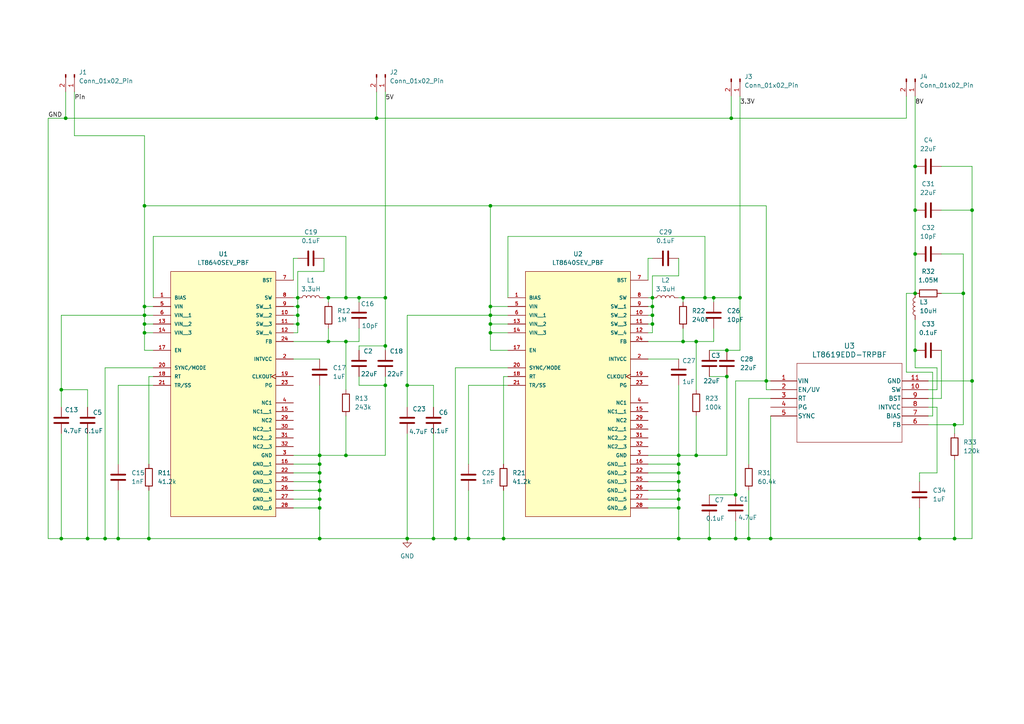
<source format=kicad_sch>
(kicad_sch (version 20250114) (generator "eeschema") (generator_version "9.0")
  (paper "A4")
  (lib_symbols
    (symbol "2026-01-15_15-52-20:LT8619EDD-TRPBF" (pin_names (offset 0.254))
      (property "Reference" "U" (at 22.86 10.16 0))
      (property "Value" "LT8619EDD-TRPBF" (at 22.86 7.62 0))
      (symbol "LT8619EDD-TRPBF_0_1"
        (polyline (pts (xy 7.62 5.08) (xy 7.62 -17.78)) (stroke (width 0.127)))
        (polyline (pts (xy 7.62 -17.78) (xy 38.1 -17.78)) (stroke (width 0.127)))
        (polyline (pts (xy 38.1 5.08) (xy 7.62 5.08)) (stroke (width 0.127)))
        (polyline (pts (xy 38.1 -17.78) (xy 38.1 5.08)) (stroke (width 0.127)))
        (pin power_in line (at 0 0 0) (length 7.62) (name "VIN") (number "1"))
        (pin unspecified line (at 0 -2.54 0) (length 7.62) (name "EN/UV") (number "2"))
        (pin unspecified line (at 0 -5.08 0) (length 7.62) (name "RT") (number "3"))
        (pin output line (at 0 -7.62 0) (length 7.62) (name "PG") (number "4"))
        (pin input line (at 0 -10.16 0) (length 7.62) (name "SYNC") (number "5"))
        (pin power_out line (at 45.72 0 180) (length 7.62) (name "GND") (number "11"))
        (pin power_in line (at 45.72 -2.54 180) (length 7.62) (name "SW") (number "10"))
        (pin power_in line (at 45.72 -5.08 180) (length 7.62) (name "BST") (number "9"))
        (pin power_in line (at 45.72 -7.62 180) (length 7.62) (name "INTVCC") (number "8"))
        (pin power_in line (at 45.72 -10.16 180) (length 7.62) (name "BIAS") (number "7"))
        (pin unspecified line (at 45.72 -12.7 180) (length 7.62) (name "FB") (number "6"))
      )
    )
    (symbol "Connector:Conn_01x02_Pin" (pin_names (offset 1.016) (hide yes))
      (property "Reference" "J" (at 0 2.54 0))
      (property "Value" "Conn_01x02_Pin" (at 0 -5.08 0))
      (symbol "Conn_01x02_Pin_1_1"
        (rectangle (start 0.8636 0.127) (end 0 -0.127) (stroke (width 0.1524)) (fill (type outline)))
        (rectangle (start 0.8636 -2.413) (end 0 -2.667) (stroke (width 0.1524)) (fill (type outline)))
        (polyline (pts (xy 1.27 0) (xy 0.8636 0)) (stroke (width 0.1524)))
        (polyline (pts (xy 1.27 -2.54) (xy 0.8636 -2.54)) (stroke (width 0.1524)))
        (pin passive line (at 5.08 0 180) (length 3.81) (name "Pin_1") (number "1"))
        (pin passive line (at 5.08 -2.54 180) (length 3.81) (name "Pin_2") (number "2"))
      )
    )
    (symbol "Device:C" (pin_numbers (hide yes)) (pin_names (offset 0.254))
      (property "Reference" "C" (at 0.635 2.54 0))
      (property "Value" "C" (at 0.635 -2.54 0))
      (symbol "C_0_1"
        (polyline (pts (xy -2.032 0.762) (xy 2.032 0.762)) (stroke (width 0.508)))
        (polyline (pts (xy -2.032 -0.762) (xy 2.032 -0.762)) (stroke (width 0.508)))
      )
      (symbol "C_1_1"
        (pin passive line (at 0 3.81 270) (length 2.794) (name "~") (number "1"))
        (pin passive line (at 0 -3.81 90) (length 2.794) (name "~") (number "2"))
      )
    )
    (symbol "Device:L" (pin_numbers (hide yes)) (pin_names (offset 1.016) (hide yes))
      (property "Reference" "L" (at -1.27 0 90))
      (property "Value" "L" (at 1.905 0 90))
      (symbol "L_0_1"
        (arc (start 0 2.54) (mid 0.6323 1.905) (end 0 1.27))
        (arc (start 0 1.27) (mid 0.6323 0.635) (end 0 0))
        (arc (start 0 0) (mid 0.6323 -0.635) (end 0 -1.27))
        (arc (start 0 -1.27) (mid 0.6323 -1.905) (end 0 -2.54))
      )
      (symbol "L_1_1"
        (pin passive line (at 0 3.81 270) (length 1.27) (name "1") (number "1"))
        (pin passive line (at 0 -3.81 90) (length 1.27) (name "2") (number "2"))
      )
    )
    (symbol "Device:R" (pin_numbers (hide yes)) (pin_names (offset 0))
      (property "Reference" "R" (at 2.032 0 90))
      (property "Value" "R" (at 0 0 90))
      (symbol "R_0_1"
        (rectangle (start -1.016 -2.54) (end 1.016 2.54) (stroke (width 0.254)))
      )
      (symbol "R_1_1"
        (pin passive line (at 0 3.81 270) (length 1.27) (name "~") (number "1"))
        (pin passive line (at 0 -3.81 90) (length 1.27) (name "~") (number "2"))
      )
    )
    (symbol "LT8640SEV_PBF:LT8640SEV_PBF" (pin_names (offset 1.016))
      (property "Reference" "U" (at -15.24 18.288 0))
      (property "Value" "LT8640SEV_PBF" (at -15.24 -55.88 0))
      (symbol "LT8640SEV_PBF_0_0"
        (rectangle (start -15.24 -53.34) (end 15.24 17.78) (stroke (width 0.1524)) (fill (type background)))
        (pin input line (at -20.32 10.16 0) (length 5.08) (name "BIAS") (number "1"))
        (pin input line (at -20.32 7.62 0) (length 5.08) (name "VIN") (number "5"))
        (pin input line (at -20.32 5.08 0) (length 5.08) (name "VIN__1") (number "6"))
        (pin input line (at -20.32 2.54 0) (length 5.08) (name "VIN__2") (number "13"))
        (pin input line (at -20.32 0 0) (length 5.08) (name "VIN__3") (number "14"))
        (pin input line (at -20.32 -5.08 0) (length 5.08) (name "EN") (number "17"))
        (pin input line (at -20.32 -10.16 0) (length 5.08) (name "SYNC/MODE") (number "20"))
        (pin passive line (at -20.32 -12.7 0) (length 5.08) (name "RT") (number "18"))
        (pin passive line (at -20.32 -15.24 0) (length 5.08) (name "TR/SS") (number "21"))
        (pin passive line (at 20.32 15.24 180) (length 5.08) (name "BST") (number "7"))
        (pin output line (at 20.32 10.16 180) (length 5.08) (name "SW") (number "8"))
        (pin output line (at 20.32 7.62 180) (length 5.08) (name "SW__1") (number "9"))
        (pin output line (at 20.32 5.08 180) (length 5.08) (name "SW__2") (number "10"))
        (pin output line (at 20.32 2.54 180) (length 5.08) (name "SW__3") (number "11"))
        (pin output line (at 20.32 0 180) (length 5.08) (name "SW__4") (number "12"))
        (pin input line (at 20.32 -2.54 180) (length 5.08) (name "FB") (number "24"))
        (pin passive line (at 20.32 -7.62 180) (length 5.08) (name "INTVCC") (number "2"))
        (pin output clock (at 20.32 -12.7 180) (length 5.08) (name "CLKOUT") (number "19"))
        (pin output line (at 20.32 -15.24 180) (length 5.08) (name "PG") (number "23"))
        (pin power_in line (at 20.32 -20.32 180) (length 5.08) (name "NC1") (number "4"))
        (pin power_in line (at 20.32 -22.86 180) (length 5.08) (name "NC1__1") (number "15"))
        (pin power_in line (at 20.32 -25.4 180) (length 5.08) (name "NC2") (number "29"))
        (pin power_in line (at 20.32 -27.94 180) (length 5.08) (name "NC2__1") (number "30"))
        (pin power_in line (at 20.32 -30.48 180) (length 5.08) (name "NC2__2") (number "31"))
        (pin power_in line (at 20.32 -33.02 180) (length 5.08) (name "NC2__3") (number "32"))
        (pin power_in line (at 20.32 -35.56 180) (length 5.08) (name "GND") (number "3"))
        (pin power_in line (at 20.32 -38.1 180) (length 5.08) (name "GND__1") (number "16"))
        (pin power_in line (at 20.32 -40.64 180) (length 5.08) (name "GND__2") (number "22"))
        (pin power_in line (at 20.32 -43.18 180) (length 5.08) (name "GND__3") (number "25"))
        (pin power_in line (at 20.32 -45.72 180) (length 5.08) (name "GND__4") (number "26"))
        (pin power_in line (at 20.32 -48.26 180) (length 5.08) (name "GND__5") (number "27"))
        (pin power_in line (at 20.32 -50.8 180) (length 5.08) (name "GND__6") (number "28"))
      )
    )
    (symbol "power:GND" (power) (pin_numbers (hide yes)) (pin_names (offset 0) (hide yes))
      (property "Value" "GND" (at 0 -3.81 0))
      (symbol "GND_0_1"
        (polyline (pts (xy 0 0) (xy 0 -1.27) (xy 1.27 -1.27) (xy 0 -2.54) (xy -1.27 -1.27) (xy 0 -1.27)))
      )
      (symbol "GND_1_1"
        (pin power_in line (at 0 0 270) (length 0) (name "~") (number "1"))
      )
    )
  )
  (junction (at 189.23 88.9))
  (junction (at 196.85 142.24))
  (junction (at 265.43 85.09))
  (junction (at 217.17 156.21))
  (junction (at 196.85 156.21))
  (junction (at 265.43 48.26))
  (junction (at 142.24 88.9))
  (junction (at 86.36 88.9))
  (junction (at 118.11 156.21))
  (junction (at 196.85 144.78))
  (junction (at 189.23 86.36))
  (junction (at 223.52 156.21))
  (junction (at 95.25 86.36))
  (junction (at 213.36 143.51))
  (junction (at 104.14 86.36))
  (junction (at 41.91 59.69))
  (junction (at 19.05 34.29))
  (junction (at 201.93 99.06))
  (junction (at 210.82 109.22))
  (junction (at 132.08 156.21))
  (junction (at 41.91 96.52))
  (junction (at 125.73 156.21))
  (junction (at 266.7 156.21))
  (junction (at 118.11 111.76))
  (junction (at 100.33 132.08))
  (junction (at 276.86 156.21))
  (junction (at 92.71 137.16))
  (junction (at 135.89 156.21))
  (junction (at 198.12 86.36))
  (junction (at 25.4 156.21))
  (junction (at 41.91 93.98))
  (junction (at 34.29 156.21))
  (junction (at 204.47 86.36))
  (junction (at 17.78 113.03))
  (junction (at 210.82 101.6))
  (junction (at 198.12 99.06))
  (junction (at 142.24 59.69))
  (junction (at 196.85 134.62))
  (junction (at 196.85 147.32))
  (junction (at 213.36 156.21))
  (junction (at 43.18 156.21))
  (junction (at 142.24 91.44))
  (junction (at 142.24 93.98))
  (junction (at 41.91 91.44))
  (junction (at 111.76 86.36))
  (junction (at 100.33 99.06))
  (junction (at 109.22 34.29))
  (junction (at 41.91 88.9))
  (junction (at 92.71 134.62))
  (junction (at 92.71 147.32))
  (junction (at 92.71 156.21))
  (junction (at 196.85 137.16))
  (junction (at 86.36 91.44))
  (junction (at 100.33 86.36))
  (junction (at 265.43 73.66))
  (junction (at 189.23 93.98))
  (junction (at 142.24 96.52))
  (junction (at 212.09 34.29))
  (junction (at 86.36 93.98))
  (junction (at 201.93 132.08))
  (junction (at 86.36 86.36))
  (junction (at 207.01 86.36))
  (junction (at 30.48 156.21))
  (junction (at 92.71 142.24))
  (junction (at 265.43 101.6))
  (junction (at 222.25 110.49))
  (junction (at 95.25 99.06))
  (junction (at 146.05 156.21))
  (junction (at 265.43 60.96))
  (junction (at 92.71 144.78))
  (junction (at 276.86 123.19))
  (junction (at 111.76 111.76))
  (junction (at 189.23 91.44))
  (junction (at 281.94 60.96))
  (junction (at 92.71 139.7))
  (junction (at 196.85 139.7))
  (junction (at 196.85 132.08))
  (junction (at 279.4 85.09))
  (junction (at 205.74 156.21))
  (junction (at 111.76 100.33))
  (junction (at 281.94 110.49))
  (junction (at 17.78 156.21))
  (junction (at 214.63 86.36))
  (junction (at 92.71 132.08))
  (wire (pts (xy 147.32 88.9) (xy 142.24 88.9)))
  (wire (pts (xy 189.23 80.01) (xy 189.23 86.36)))
  (wire (pts (xy 85.09 132.08) (xy 92.71 132.08)))
  (wire (pts (xy 85.09 144.78) (xy 92.71 144.78)))
  (wire (pts (xy 86.36 93.98) (xy 86.36 91.44)))
  (wire (pts (xy 118.11 125.73) (xy 118.11 156.21)))
  (wire (pts (xy 104.14 86.36) (xy 111.76 86.36)))
  (wire (pts (xy 196.85 144.78) (xy 196.85 147.32)))
  (wire (pts (xy 205.74 109.22) (xy 210.82 109.22)))
  (wire (pts (xy 147.32 106.68) (xy 132.08 106.68)))
  (wire (pts (xy 17.78 113.03) (xy 17.78 118.11)))
  (wire (pts (xy 217.17 142.24) (xy 217.17 156.21)))
  (wire (pts (xy 25.4 125.73) (xy 25.4 156.21)))
  (wire (pts (xy 223.52 156.21) (xy 223.52 120.65)))
  (wire (pts (xy 92.71 147.32) (xy 92.71 156.21)))
  (wire (pts (xy 85.09 96.52) (xy 86.36 96.52)))
  (wire (pts (xy 146.05 142.24) (xy 146.05 156.21)))
  (wire (pts (xy 201.93 120.65) (xy 201.93 132.08)))
  (wire (pts (xy 41.91 91.44) (xy 44.45 91.44)))
  (wire (pts (xy 85.09 86.36) (xy 86.36 86.36)))
  (wire (pts (xy 142.24 91.44) (xy 142.24 93.98)))
  (wire (pts (xy 109.22 34.29) (xy 212.09 34.29)))
  (wire (pts (xy 142.24 101.6) (xy 147.32 101.6)))
  (wire (pts (xy 189.23 96.52) (xy 189.23 93.98)))
  (wire (pts (xy 118.11 156.21) (xy 125.73 156.21)))
  (wire (pts (xy 187.96 147.32) (xy 196.85 147.32)))
  (wire (pts (xy 41.91 88.9) (xy 41.91 91.44)))
  (wire (pts (xy 100.33 99.06) (xy 104.14 99.06)))
  (wire (pts (xy 205.74 151.13) (xy 205.74 156.21)))
  (wire (pts (xy 196.85 137.16) (xy 196.85 139.7)))
  (wire (pts (xy 187.96 137.16) (xy 196.85 137.16)))
  (wire (pts (xy 265.43 73.66) (xy 265.43 85.09)))
  (wire (pts (xy 276.86 125.73) (xy 276.86 123.19)))
  (wire (pts (xy 273.05 60.96) (xy 281.94 60.96)))
  (wire (pts (xy 223.52 156.21) (xy 217.17 156.21)))
  (wire (pts (xy 13.97 34.29) (xy 13.97 156.21)))
  (wire (pts (xy 187.96 144.78) (xy 196.85 144.78)))
  (wire (pts (xy 43.18 109.22) (xy 43.18 134.62)))
  (wire (pts (xy 276.86 133.35) (xy 276.86 156.21)))
  (wire (pts (xy 269.24 120.65) (xy 270.51 120.65)))
  (wire (pts (xy 198.12 95.25) (xy 198.12 99.06)))
  (wire (pts (xy 111.76 26.67) (xy 111.76 86.36)))
  (wire (pts (xy 142.24 59.69) (xy 222.25 59.69)))
  (wire (pts (xy 214.63 101.6) (xy 210.82 101.6)))
  (wire (pts (xy 85.09 81.28) (xy 85.09 74.93)))
  (wire (pts (xy 41.91 88.9) (xy 44.45 88.9)))
  (wire (pts (xy 43.18 142.24) (xy 43.18 156.21)))
  (wire (pts (xy 196.85 132.08) (xy 201.93 132.08)))
  (wire (pts (xy 142.24 93.98) (xy 142.24 96.52)))
  (wire (pts (xy 207.01 95.25) (xy 207.01 99.06)))
  (wire (pts (xy 41.91 96.52) (xy 44.45 96.52)))
  (wire (pts (xy 146.05 134.62) (xy 146.05 109.22)))
  (wire (pts (xy 196.85 139.7) (xy 196.85 142.24)))
  (wire (pts (xy 212.09 27.94) (xy 212.09 34.29)))
  (wire (pts (xy 269.24 110.49) (xy 281.94 110.49)))
  (wire (pts (xy 85.09 142.24) (xy 92.71 142.24)))
  (wire (pts (xy 104.14 109.22) (xy 104.14 111.76)))
  (wire (pts (xy 214.63 27.94) (xy 214.63 86.36)))
  (wire (pts (xy 125.73 156.21) (xy 132.08 156.21)))
  (wire (pts (xy 269.24 115.57) (xy 273.05 115.57)))
  (wire (pts (xy 205.74 156.21) (xy 196.85 156.21)))
  (wire (pts (xy 187.96 86.36) (xy 189.23 86.36)))
  (wire (pts (xy 142.24 59.69) (xy 142.24 88.9)))
  (wire (pts (xy 265.43 60.96) (xy 265.43 73.66)))
  (wire (pts (xy 17.78 156.21) (xy 13.97 156.21)))
  (wire (pts (xy 279.4 73.66) (xy 279.4 85.09)))
  (wire (pts (xy 100.33 120.65) (xy 100.33 132.08)))
  (wire (pts (xy 19.05 34.29) (xy 19.05 26.67)))
  (wire (pts (xy 104.14 95.25) (xy 104.14 99.06)))
  (wire (pts (xy 41.91 93.98) (xy 44.45 93.98)))
  (wire (pts (xy 41.91 101.6) (xy 44.45 101.6)))
  (wire (pts (xy 281.94 110.49) (xy 281.94 156.21)))
  (wire (pts (xy 205.74 101.6) (xy 210.82 101.6)))
  (wire (pts (xy 142.24 96.52) (xy 147.32 96.52)))
  (wire (pts (xy 86.36 78.74) (xy 86.36 86.36)))
  (wire (pts (xy 213.36 151.13) (xy 213.36 156.21)))
  (wire (pts (xy 41.91 39.37) (xy 41.91 59.69)))
  (wire (pts (xy 142.24 91.44) (xy 118.11 91.44)))
  (wire (pts (xy 222.25 59.69) (xy 222.25 110.49)))
  (wire (pts (xy 281.94 48.26) (xy 281.94 60.96)))
  (wire (pts (xy 95.25 95.25) (xy 95.25 99.06)))
  (wire (pts (xy 92.71 142.24) (xy 92.71 144.78)))
  (wire (pts (xy 25.4 156.21) (xy 30.48 156.21)))
  (wire (pts (xy 41.91 96.52) (xy 41.91 101.6)))
  (wire (pts (xy 118.11 111.76) (xy 118.11 118.11)))
  (wire (pts (xy 30.48 156.21) (xy 34.29 156.21)))
  (wire (pts (xy 273.05 73.66) (xy 279.4 73.66)))
  (wire (pts (xy 86.36 91.44) (xy 86.36 88.9)))
  (wire (pts (xy 271.78 137.16) (xy 266.7 137.16)))
  (wire (pts (xy 187.96 96.52) (xy 189.23 96.52)))
  (wire (pts (xy 41.91 59.69) (xy 142.24 59.69)))
  (wire (pts (xy 132.08 156.21) (xy 135.89 156.21)))
  (wire (pts (xy 279.4 123.19) (xy 279.4 85.09)))
  (wire (pts (xy 104.14 87.63) (xy 104.14 86.36)))
  (wire (pts (xy 30.48 106.68) (xy 30.48 156.21)))
  (wire (pts (xy 204.47 68.58) (xy 204.47 86.36)))
  (wire (pts (xy 201.93 99.06) (xy 207.01 99.06)))
  (wire (pts (xy 135.89 156.21) (xy 146.05 156.21)))
  (wire (pts (xy 43.18 156.21) (xy 34.29 156.21)))
  (wire (pts (xy 85.09 74.93) (xy 86.36 74.93)))
  (wire (pts (xy 142.24 96.52) (xy 142.24 101.6)))
  (wire (pts (xy 85.09 91.44) (xy 86.36 91.44)))
  (wire (pts (xy 125.73 125.73) (xy 125.73 156.21)))
  (wire (pts (xy 104.14 100.33) (xy 111.76 100.33)))
  (wire (pts (xy 276.86 156.21) (xy 281.94 156.21)))
  (wire (pts (xy 93.98 86.36) (xy 95.25 86.36)))
  (wire (pts (xy 135.89 142.24) (xy 135.89 156.21)))
  (wire (pts (xy 19.05 34.29) (xy 109.22 34.29)))
  (wire (pts (xy 17.78 125.73) (xy 17.78 156.21)))
  (wire (pts (xy 198.12 86.36) (xy 204.47 86.36)))
  (wire (pts (xy 132.08 106.68) (xy 132.08 156.21)))
  (wire (pts (xy 86.36 96.52) (xy 86.36 93.98)))
  (wire (pts (xy 104.14 111.76) (xy 111.76 111.76)))
  (wire (pts (xy 146.05 109.22) (xy 147.32 109.22)))
  (wire (pts (xy 41.91 91.44) (xy 41.91 93.98)))
  (wire (pts (xy 187.96 104.14) (xy 196.85 104.14)))
  (wire (pts (xy 222.25 110.49) (xy 222.25 113.03)))
  (wire (pts (xy 25.4 113.03) (xy 25.4 118.11)))
  (wire (pts (xy 266.7 156.21) (xy 276.86 156.21)))
  (wire (pts (xy 266.7 137.16) (xy 266.7 139.7)))
  (wire (pts (xy 118.11 156.21) (xy 92.71 156.21)))
  (wire (pts (xy 189.23 93.98) (xy 189.23 91.44)))
  (wire (pts (xy 196.85 147.32) (xy 196.85 156.21)))
  (wire (pts (xy 85.09 99.06) (xy 95.25 99.06)))
  (wire (pts (xy 269.24 113.03) (xy 271.78 113.03)))
  (wire (pts (xy 142.24 91.44) (xy 147.32 91.44)))
  (wire (pts (xy 17.78 156.21) (xy 25.4 156.21)))
  (wire (pts (xy 266.7 147.32) (xy 266.7 156.21)))
  (wire (pts (xy 217.17 134.62) (xy 217.17 115.57)))
  (wire (pts (xy 92.71 132.08) (xy 92.71 134.62)))
  (wire (pts (xy 271.78 118.11) (xy 271.78 137.16)))
  (wire (pts (xy 187.96 93.98) (xy 189.23 93.98)))
  (wire (pts (xy 95.25 99.06) (xy 100.33 99.06)))
  (wire (pts (xy 201.93 99.06) (xy 201.93 113.03)))
  (wire (pts (xy 189.23 91.44) (xy 189.23 88.9)))
  (wire (pts (xy 189.23 88.9) (xy 189.23 86.36)))
  (wire (pts (xy 125.73 111.76) (xy 125.73 118.11)))
  (wire (pts (xy 201.93 132.08) (xy 210.82 132.08)))
  (wire (pts (xy 196.85 86.36) (xy 198.12 86.36)))
  (wire (pts (xy 196.85 111.76) (xy 196.85 132.08)))
  (wire (pts (xy 100.33 132.08) (xy 111.76 132.08)))
  (wire (pts (xy 273.05 115.57) (xy 273.05 101.6)))
  (wire (pts (xy 262.89 34.29) (xy 262.89 27.94)))
  (wire (pts (xy 187.96 142.24) (xy 196.85 142.24)))
  (wire (pts (xy 147.32 68.58) (xy 204.47 68.58)))
  (wire (pts (xy 271.78 113.03) (xy 271.78 106.68)))
  (wire (pts (xy 223.52 113.03) (xy 222.25 113.03)))
  (wire (pts (xy 17.78 91.44) (xy 17.78 113.03)))
  (wire (pts (xy 196.85 132.08) (xy 196.85 134.62)))
  (wire (pts (xy 147.32 86.36) (xy 147.32 68.58)))
  (wire (pts (xy 213.36 110.49) (xy 213.36 143.51)))
  (wire (pts (xy 34.29 142.24) (xy 34.29 156.21)))
  (wire (pts (xy 276.86 123.19) (xy 279.4 123.19)))
  (wire (pts (xy 217.17 115.57) (xy 223.52 115.57)))
  (wire (pts (xy 142.24 88.9) (xy 142.24 91.44)))
  (wire (pts (xy 92.71 139.7) (xy 92.71 142.24)))
  (wire (pts (xy 270.51 120.65) (xy 270.51 107.95)))
  (wire (pts (xy 214.63 86.36) (xy 214.63 101.6)))
  (wire (pts (xy 187.96 99.06) (xy 198.12 99.06)))
  (wire (pts (xy 92.71 111.76) (xy 92.71 132.08)))
  (wire (pts (xy 86.36 88.9) (xy 86.36 86.36)))
  (wire (pts (xy 217.17 156.21) (xy 213.36 156.21)))
  (wire (pts (xy 213.36 156.21) (xy 205.74 156.21)))
  (wire (pts (xy 111.76 86.36) (xy 111.76 100.33)))
  (wire (pts (xy 85.09 134.62) (xy 92.71 134.62)))
  (wire (pts (xy 207.01 86.36) (xy 214.63 86.36)))
  (wire (pts (xy 187.96 134.62) (xy 196.85 134.62)))
  (wire (pts (xy 273.05 48.26) (xy 281.94 48.26)))
  (wire (pts (xy 222.25 110.49) (xy 223.52 110.49)))
  (wire (pts (xy 21.59 39.37) (xy 21.59 26.67)))
  (wire (pts (xy 118.11 91.44) (xy 118.11 111.76)))
  (wire (pts (xy 265.43 27.94) (xy 265.43 48.26)))
  (wire (pts (xy 111.76 109.22) (xy 111.76 111.76)))
  (wire (pts (xy 223.52 156.21) (xy 266.7 156.21)))
  (wire (pts (xy 187.96 81.28) (xy 187.96 74.93)))
  (wire (pts (xy 85.09 137.16) (xy 92.71 137.16)))
  (wire (pts (xy 265.43 92.71) (xy 265.43 101.6)))
  (wire (pts (xy 100.33 68.58) (xy 100.33 86.36)))
  (wire (pts (xy 142.24 93.98) (xy 147.32 93.98)))
  (wire (pts (xy 92.71 144.78) (xy 92.71 147.32)))
  (wire (pts (xy 210.82 109.22) (xy 210.82 132.08)))
  (wire (pts (xy 196.85 134.62) (xy 196.85 137.16)))
  (wire (pts (xy 92.71 134.62) (xy 92.71 137.16)))
  (wire (pts (xy 262.89 85.09) (xy 265.43 85.09)))
  (wire (pts (xy 118.11 111.76) (xy 125.73 111.76)))
  (wire (pts (xy 41.91 93.98) (xy 41.91 96.52)))
  (wire (pts (xy 270.51 107.95) (xy 262.89 107.95)))
  (wire (pts (xy 92.71 137.16) (xy 92.71 139.7)))
  (wire (pts (xy 111.76 100.33) (xy 111.76 101.6)))
  (wire (pts (xy 265.43 106.68) (xy 265.43 101.6)))
  (wire (pts (xy 135.89 111.76) (xy 135.89 134.62)))
  (wire (pts (xy 205.74 143.51) (xy 213.36 143.51)))
  (wire (pts (xy 281.94 60.96) (xy 281.94 110.49)))
  (wire (pts (xy 204.47 86.36) (xy 207.01 86.36)))
  (wire (pts (xy 95.25 86.36) (xy 95.25 87.63)))
  (wire (pts (xy 85.09 88.9) (xy 86.36 88.9)))
  (wire (pts (xy 222.25 110.49) (xy 213.36 110.49)))
  (wire (pts (xy 43.18 156.21) (xy 92.71 156.21)))
  (wire (pts (xy 100.33 99.06) (xy 100.33 113.03)))
  (wire (pts (xy 92.71 132.08) (xy 100.33 132.08)))
  (wire (pts (xy 196.85 74.93) (xy 196.85 80.01)))
  (wire (pts (xy 271.78 106.68) (xy 265.43 106.68)))
  (wire (pts (xy 93.98 78.74) (xy 86.36 78.74)))
  (wire (pts (xy 187.96 139.7) (xy 196.85 139.7)))
  (wire (pts (xy 198.12 99.06) (xy 201.93 99.06)))
  (wire (pts (xy 187.96 91.44) (xy 189.23 91.44)))
  (wire (pts (xy 273.05 85.09) (xy 279.4 85.09)))
  (wire (pts (xy 85.09 147.32) (xy 92.71 147.32)))
  (wire (pts (xy 95.25 86.36) (xy 100.33 86.36)))
  (wire (pts (xy 85.09 104.14) (xy 92.71 104.14)))
  (wire (pts (xy 44.45 68.58) (xy 100.33 68.58)))
  (wire (pts (xy 262.89 107.95) (xy 262.89 85.09)))
  (wire (pts (xy 41.91 39.37) (xy 21.59 39.37)))
  (wire (pts (xy 187.96 74.93) (xy 189.23 74.93)))
  (wire (pts (xy 135.89 111.76) (xy 147.32 111.76)))
  (wire (pts (xy 265.43 48.26) (xy 265.43 60.96)))
  (wire (pts (xy 93.98 74.93) (xy 93.98 78.74)))
  (wire (pts (xy 34.29 111.76) (xy 44.45 111.76)))
  (wire (pts (xy 100.33 86.36) (xy 104.14 86.36)))
  (wire (pts (xy 196.85 80.01) (xy 189.23 80.01)))
  (wire (pts (xy 44.45 106.68) (xy 30.48 106.68)))
  (wire (pts (xy 104.14 101.6) (xy 104.14 100.33)))
  (wire (pts (xy 17.78 113.03) (xy 25.4 113.03)))
  (wire (pts (xy 41.91 59.69) (xy 41.91 88.9)))
  (wire (pts (xy 207.01 87.63) (xy 207.01 86.36)))
  (wire (pts (xy 269.24 123.19) (xy 276.86 123.19)))
  (wire (pts (xy 44.45 86.36) (xy 44.45 68.58)))
  (wire (pts (xy 34.29 111.76) (xy 34.29 134.62)))
  (wire (pts (xy 13.97 34.29) (xy 19.05 34.29)))
  (wire (pts (xy 269.24 118.11) (xy 271.78 118.11)))
  (wire (pts (xy 146.05 156.21) (xy 196.85 156.21)))
  (wire (pts (xy 187.96 132.08) (xy 196.85 132.08)))
  (wire (pts (xy 212.09 34.29) (xy 262.89 34.29)))
  (wire (pts (xy 43.18 109.22) (xy 44.45 109.22)))
  (wire (pts (xy 85.09 139.7) (xy 92.71 139.7)))
  (wire (pts (xy 196.85 142.24) (xy 196.85 144.78)))
  (wire (pts (xy 109.22 26.67) (xy 109.22 34.29)))
  (wire (pts (xy 85.09 93.98) (xy 86.36 93.98)))
  (wire (pts (xy 187.96 88.9) (xy 189.23 88.9)))
  (wire (pts (xy 111.76 111.76) (xy 111.76 132.08)))
  (wire (pts (xy 41.91 91.44) (xy 17.78 91.44)))
  (wire (pts (xy 198.12 87.63) (xy 198.12 86.36)))
  (label "8V" (at 265.43 30.48 0))
  (label "3.3V" (at 214.63 30.48 0))
  (label "GND" (at 13.97 34.29 0))
  (label "Pin" (at 21.59 29.21 0))
  (label "5V" (at 111.76 29.21 0))
  (symbol (lib_id "Device:R") (at 43.18 138.43 0) (unit 1)
    (property "Reference" "R11" (at 45.72 137.1599 0) (effects (justify left)))
    (property "Value" "41.2k" (at 45.72 139.6999 0) (effects (justify left)))
    (property "Footprint" "ERJ_14NF4122U:RES_ERJ14NF4122U" (effects (hide yes)))
    (property "Description" "Resistor" (effects (hide yes)))
  )
  (symbol (lib_id "Device:C") (at 213.36 147.32 0) (unit 1)
    (property "Reference" "C1" (at 214.376 144.78 0) (effects (justify left)))
    (property "Value" "4.7uF" (at 214.122 150.114 0) (effects (justify left)))
    (property "Footprint" "CL31B475KBHNFNE:CAPC3216X180N" (effects (hide yes)))
    (property "Description" "Unpolarized capacitor" (effects (hide yes)))
  )
  (symbol (lib_id "Device:R") (at 201.93 116.84 0) (unit 1)
    (property "Reference" "R23" (at 204.47 115.5699 0) (effects (justify left)))
    (property "Value" "100k" (at 204.47 118.1099 0) (effects (justify left)))
    (property "Footprint" "RCS1206100KFKEA:RESC3116X65N" (effects (hide yes)))
    (property "Description" "Resistor" (effects (hide yes)))
  )
  (symbol (lib_id "Device:R") (at 100.33 116.84 0) (unit 1)
    (property "Reference" "R13" (at 102.87 115.5699 0) (effects (justify left)))
    (property "Value" "243k" (at 102.87 118.1099 0) (effects (justify left)))
    (property "Footprint" "CRCW1206243KFKEA:RESC3116X60N" (effects (hide yes)))
    (property "Description" "Resistor" (effects (hide yes)))
  )
  (symbol (lib_id "Device:R") (at 269.24 85.09 90) (unit 1)
    (property "Reference" "R32" (at 269.24 78.74 90))
    (property "Value" "1.05M" (at 269.24 81.28 90))
    (property "Footprint" "CRCW12061M05FKEA:RESC3116X60N" (effects (hide yes)))
    (property "Description" "Resistor" (effects (hide yes)))
  )
  (symbol (lib_id "LT8640SEV_PBF:LT8640SEV_PBF") (at 64.77 96.52 0) (unit 1)
    (property "Reference" "U1" (at 64.77 73.66 0))
    (property "Value" "LT8640SEV_PBF" (at 64.77 76.2 0))
    (property "Footprint" "LT8640SEV_PBF:CONV_LT8640SEV_PBF" (effects (hide yes)))
    (property "MF" "Analog Devices" (effects (hide yes)))
    (property "MAXIMUM_PACKAGE_HEIGHT" "1.03mm" (effects (hide yes)))
    (property "STANDARD" "Manufacturer Recommendations" (effects (hide yes)))
    (property "PARTREV" "NA" (effects (hide yes)))
    (property "MP" "LT8640SEV#PBF" (effects (hide yes)))
    (property "AVAILABILITY" "Unavailable" (effects (hide yes)))
  )
  (symbol (lib_id "Device:L") (at 90.17 86.36 90) (unit 1)
    (property "Reference" "L1" (at 90.17 81.28 90))
    (property "Value" "3.3uH" (at 90.17 83.82 90))
    (property "Footprint" "footprints55:IND_DFE322512F_MUR" (effects (hide yes)))
    (property "Description" "Inductor" (effects (hide yes)))
  )
  (symbol (lib_id "Connector:Conn_01x02_Pin") (at 265.43 22.86 270) (unit 1)
    (property "Reference" "J4" (at 266.7 22.2249 90) (effects (justify left)))
    (property "Value" "Conn_01x02_Pin" (at 266.7 24.7649 90) (effects (justify left)))
    (property "Footprint" "Connector_PinHeader_2.54mm:PinHeader_1x02_P2.54mm_Horizontal" (effects (hide yes)))
    (property "Description" "Generic connector, single row, 01x02, script generated" (effects (hide yes)))
  )
  (symbol (lib_id "Connector:Conn_01x02_Pin") (at 214.63 22.86 270) (unit 1)
    (property "Reference" "J3" (at 215.9 22.2249 90) (effects (justify left)))
    (property "Value" "Conn_01x02_Pin" (at 215.9 24.7649 90) (effects (justify left)))
    (property "Footprint" "Connector_PinHeader_2.54mm:PinHeader_1x02_P2.54mm_Horizontal" (effects (hide yes)))
    (property "Description" "Generic connector, single row, 01x02, script generated" (effects (hide yes)))
  )
  (symbol (lib_id "Device:C") (at 135.89 138.43 180) (unit 1)
    (property "Reference" "C25" (at 139.7 137.1599 0) (effects (justify right)))
    (property "Value" "1nF" (at 139.7 139.6999 0) (effects (justify right)))
    (property "Footprint" "CL31B102KBCNNNC:CAPC3216X100N" (effects (hide yes)))
    (property "Description" "Unpolarized capacitor" (effects (hide yes)))
  )
  (symbol (lib_id "Device:C") (at 25.4 121.92 0) (unit 1)
    (property "Reference" "C5" (at 26.924 119.634 0) (effects (justify left)))
    (property "Value" "0.1uF" (at 24.384 124.968 0) (effects (justify left)))
    (property "Footprint" "CL31B104KBCNNNC:CAPC3216X100N" (effects (hide yes)))
    (property "Description" "Unpolarized capacitor" (effects (hide yes)))
  )
  (symbol (lib_id "Device:C") (at 34.29 138.43 180) (unit 1)
    (property "Reference" "C15" (at 38.1 137.1599 0) (effects (justify right)))
    (property "Value" "1nF" (at 38.1 139.6999 0) (effects (justify right)))
    (property "Footprint" "CL31B102KBCNNNC:CAPC3216X100N" (effects (hide yes)))
    (property "Description" "Unpolarized capacitor" (effects (hide yes)))
  )
  (symbol (lib_id "power:GND") (at 118.11 156.21 0) (unit 1)
    (property "Reference" "#PWR01" (effects (hide yes)))
    (property "Value" "GND" (at 118.11 161.29 0))
    (property "Description" "Power symbol creates a global label with name \"GND\" , ground" (effects (hide yes)))
  )
  (symbol (lib_id "LT8640SEV_PBF:LT8640SEV_PBF") (at 167.64 96.52 0) (unit 1)
    (property "Reference" "U2" (at 167.64 73.66 0))
    (property "Value" "LT8640SEV_PBF" (at 167.64 76.2 0))
    (property "Footprint" "LT8640SEV_PBF:CONV_LT8640SEV_PBF" (effects (hide yes)))
    (property "MF" "Analog Devices" (effects (hide yes)))
    (property "MAXIMUM_PACKAGE_HEIGHT" "1.03mm" (effects (hide yes)))
    (property "STANDARD" "Manufacturer Recommendations" (effects (hide yes)))
    (property "PARTREV" "NA" (effects (hide yes)))
    (property "MP" "LT8640SEV#PBF" (effects (hide yes)))
    (property "AVAILABILITY" "Unavailable" (effects (hide yes)))
  )
  (symbol (lib_id "2026-01-15_15-52-20:LT8619EDD-TRPBF") (at 223.52 110.49 0) (unit 1)
    (property "Reference" "U3" (at 246.38 100.33 0) (effects (font (size 1.524 1.524))))
    (property "Value" "LT8619EDD-TRPBF" (at 246.38 102.87 0) (effects (font (size 1.524 1.524))))
    (property "Footprint" "footprints:05-08-1699_ADI" (effects (hide yes)))
    (property "Datasheet" "LT8619EDD-TRPBF" (effects (hide yes)))
  )
  (symbol (lib_id "Device:L") (at 193.04 86.36 90) (unit 1)
    (property "Reference" "L2" (at 193.04 81.28 90))
    (property "Value" "3.3uH" (at 193.04 83.82 90))
    (property "Footprint" "footprints55:IND_DFE322512F_MUR" (effects (hide yes)))
    (property "Description" "Inductor" (effects (hide yes)))
  )
  (symbol (lib_id "Device:C") (at 196.85 107.95 180) (unit 1)
    (property "Reference" "C27" (at 197.866 104.648 0) (effects (justify right)))
    (property "Value" "1uF" (at 197.866 110.744 0) (effects (justify right)))
    (property "Footprint" "CL31B105KBHNNNE:CAPC3216X180N" (effects (hide yes)))
    (property "Description" "Unpolarized capacitor" (effects (hide yes)))
  )
  (symbol (lib_id "Device:R") (at 217.17 138.43 0) (unit 1)
    (property "Reference" "R31" (at 219.71 137.1599 0) (effects (justify left)))
    (property "Value" "60.4k" (at 219.71 139.6999 0) (effects (justify left)))
    (property "Footprint" "CRCW120660K4FKEAHP:RESC3116X65N" (effects (hide yes)))
    (property "Description" "Resistor" (effects (hide yes)))
  )
  (symbol (lib_id "Device:R") (at 95.25 91.44 0) (unit 1)
    (property "Reference" "R12" (at 97.79 90.1699 0) (effects (justify left)))
    (property "Value" "1M" (at 97.79 92.7099 0) (effects (justify left)))
    (property "Footprint" "RCS12061M00JNEA:RESC3116X65N" (effects (hide yes)))
    (property "Description" "Resistor" (effects (hide yes)))
  )
  (symbol (lib_id "Connector:Conn_01x02_Pin") (at 111.76 21.59 270) (unit 1)
    (property "Reference" "J2" (at 113.03 20.9549 90) (effects (justify left)))
    (property "Value" "Conn_01x02_Pin" (at 113.03 23.4949 90) (effects (justify left)))
    (property "Footprint" "Connector_PinHeader_2.54mm:PinHeader_1x02_P2.54mm_Horizontal" (effects (hide yes)))
    (property "Description" "Generic connector, single row, 01x02, script generated" (effects (hide yes)))
  )
  (symbol (lib_id "Device:C") (at 90.17 74.93 270) (unit 1)
    (property "Reference" "C19" (at 90.17 67.31 90))
    (property "Value" "0.1uF" (at 90.17 69.85 90))
    (property "Footprint" "CL31B104KBCNNNC:CAPC3216X100N" (effects (hide yes)))
    (property "Description" "Unpolarized capacitor" (effects (hide yes)))
  )
  (symbol (lib_id "Device:C") (at 266.7 143.51 180) (unit 1)
    (property "Reference" "C34" (at 270.51 142.2399 0) (effects (justify right)))
    (property "Value" "1uF" (at 270.51 144.7799 0) (effects (justify right)))
    (property "Footprint" "CL31B105KBHNNNE:CAPC3216X180N" (effects (hide yes)))
    (property "Description" "Unpolarized capacitor" (effects (hide yes)))
  )
  (symbol (lib_id "Device:C") (at 17.78 121.92 180) (unit 1)
    (property "Reference" "C13" (at 18.796 118.872 0) (effects (justify right)))
    (property "Value" "4.7uF" (at 18.288 124.968 0) (effects (justify right)))
    (property "Footprint" "CL31B475KBHNFNE:CAPC3216X180N" (effects (hide yes)))
    (property "Description" "Unpolarized capacitor" (effects (hide yes)))
  )
  (symbol (lib_id "Device:C") (at 92.71 107.95 180) (unit 1)
    (property "Reference" "C17" (at 96.52 106.6799 0) (effects (justify right)))
    (property "Value" "1uF" (at 96.52 109.2199 0) (effects (justify right)))
    (property "Footprint" "CL31B105KBHNNNE:CAPC3216X180N" (effects (hide yes)))
    (property "Description" "Unpolarized capacitor" (effects (hide yes)))
  )
  (symbol (lib_id "Device:C") (at 207.01 91.44 0) (unit 1)
    (property "Reference" "C26" (at 210.82 90.1699 0) (effects (justify left)))
    (property "Value" "10pF" (at 210.82 92.7099 0) (effects (justify left)))
    (property "Footprint" "footprints67:CAP_C1206C-X7R-EB_KEM" (effects (hide yes)))
    (property "Description" "Unpolarized capacitor" (effects (hide yes)))
  )
  (symbol (lib_id "Device:C") (at 205.74 147.32 0) (unit 1)
    (property "Reference" "C7" (at 207.264 145.034 0) (effects (justify left)))
    (property "Value" "0.1uF" (at 204.724 150.368 0) (effects (justify left)))
    (property "Footprint" "CL31B104KBCNNNC:CAPC3216X100N" (effects (hide yes)))
    (property "Description" "Unpolarized capacitor" (effects (hide yes)))
  )
  (symbol (lib_id "Device:C") (at 104.14 91.44 0) (unit 1)
    (property "Reference" "C16" (at 104.648 88.138 0) (effects (justify left)))
    (property "Value" "10pF" (at 104.902 94.488 0) (effects (justify left)))
    (property "Footprint" "footprints67:CAP_C1206C-X7R-EB_KEM" (effects (hide yes)))
    (property "Description" "Unpolarized capacitor" (effects (hide yes)))
  )
  (symbol (lib_id "Device:R") (at 276.86 129.54 0) (unit 1)
    (property "Reference" "R33" (at 279.4 128.2699 0) (effects (justify left)))
    (property "Value" "120k" (at 279.4 130.8099 0) (effects (justify left)))
    (property "Footprint" "CRM1206_FX_1203ELF:RESC3116X65N" (effects (hide yes)))
    (property "Description" "Resistor" (effects (hide yes)))
  )
  (symbol (lib_id "Device:C") (at 111.76 105.41 0) (unit 1)
    (property "Reference" "C18" (at 113.03 101.854 0) (effects (justify left)))
    (property "Value" "22uF" (at 112.268 108.458 0) (effects (justify left)))
    (property "Footprint" "KRM55QR71H226KH13K:CAPC6153X390N" (effects (hide yes)))
    (property "Description" "Unpolarized capacitor" (effects (hide yes)))
  )
  (symbol (lib_id "Device:C") (at 269.24 101.6 90) (unit 1)
    (property "Reference" "C33" (at 269.24 93.98 90))
    (property "Value" "0.1uF" (at 269.24 96.52 90))
    (property "Footprint" "CL31B104KBCNNNC:CAPC3216X100N" (effects (hide yes)))
    (property "Description" "Unpolarized capacitor" (effects (hide yes)))
  )
  (symbol (lib_id "Device:C") (at 125.73 121.92 0) (unit 1)
    (property "Reference" "C6" (at 127.254 119.634 0) (effects (justify left)))
    (property "Value" "0.1uF" (at 124.714 124.968 0) (effects (justify left)))
    (property "Footprint" "CL31B104KBCNNNC:CAPC3216X100N" (effects (hide yes)))
    (property "Description" "Unpolarized capacitor" (effects (hide yes)))
  )
  (symbol (lib_id "Device:C") (at 269.24 60.96 90) (unit 1)
    (property "Reference" "C31" (at 269.24 53.34 90))
    (property "Value" "22uF" (at 269.24 55.88 90))
    (property "Footprint" "KRM55QR71H226KH13K:CAPC6153X390N" (effects (hide yes)))
    (property "Description" "Unpolarized capacitor" (effects (hide yes)))
  )
  (symbol (lib_id "Device:C") (at 210.82 105.41 0) (unit 1)
    (property "Reference" "C28" (at 214.63 104.1399 0) (effects (justify left)))
    (property "Value" "22uF" (at 214.63 106.6799 0) (effects (justify left)))
    (property "Footprint" "KRM55QR71H226KH13K:CAPC6153X390N" (effects (hide yes)))
    (property "Description" "Unpolarized capacitor" (effects (hide yes)))
  )
  (symbol (lib_id "Device:C") (at 205.74 105.41 0) (unit 1)
    (property "Reference" "C3" (at 206.248 103.124 0) (effects (justify left)))
    (property "Value" "22uF" (at 203.962 110.49 0) (effects (justify left)))
    (property "Footprint" "KRM55QR71H226KH13K:CAPC6153X390N" (effects (hide yes)))
    (property "Description" "Unpolarized capacitor" (effects (hide yes)))
  )
  (symbol (lib_id "Device:C") (at 104.14 105.41 0) (unit 1)
    (property "Reference" "C2" (at 105.41 101.854 0) (effects (justify left)))
    (property "Value" "22uF" (at 104.648 108.458 0) (effects (justify left)))
    (property "Footprint" "KRM55QR71H226KH13K:CAPC6153X390N" (effects (hide yes)))
    (property "Description" "Unpolarized capacitor" (effects (hide yes)))
  )
  (symbol (lib_id "Device:C") (at 118.11 121.92 180) (unit 1)
    (property "Reference" "C23" (at 119.634 118.618 0) (effects (justify right)))
    (property "Value" "4.7uF" (at 118.618 125.222 0) (effects (justify right)))
    (property "Footprint" "CL31B475KBHNFNE:CAPC3216X180N" (effects (hide yes)))
    (property "Description" "Unpolarized capacitor" (effects (hide yes)))
  )
  (symbol (lib_id "Device:R") (at 146.05 138.43 0) (unit 1)
    (property "Reference" "R21" (at 148.59 137.1599 0) (effects (justify left)))
    (property "Value" "41.2k" (at 148.59 139.6999 0) (effects (justify left)))
    (property "Footprint" "ERJ_14NF4122U:RES_ERJ14NF4122U" (effects (hide yes)))
    (property "Description" "Resistor" (effects (hide yes)))
  )
  (symbol (lib_id "Device:C") (at 193.04 74.93 270) (unit 1)
    (property "Reference" "C29" (at 193.04 67.31 90))
    (property "Value" "0.1uF" (at 193.04 69.85 90))
    (property "Footprint" "CL31B104KBCNNNC:CAPC3216X100N" (effects (hide yes)))
    (property "Description" "Unpolarized capacitor" (effects (hide yes)))
  )
  (symbol (lib_id "Device:C") (at 269.24 73.66 90) (unit 1)
    (property "Reference" "C32" (at 269.24 66.04 90))
    (property "Value" "10pF" (at 269.24 68.58 90))
    (property "Footprint" "footprints67:CAP_C1206C-X7R-EB_KEM" (effects (hide yes)))
    (property "Description" "Unpolarized capacitor" (effects (hide yes)))
  )
  (symbol (lib_id "Connector:Conn_01x02_Pin") (at 21.59 21.59 270) (unit 1)
    (property "Reference" "J1" (at 22.86 20.9549 90) (effects (justify left)))
    (property "Value" "Conn_01x02_Pin" (at 22.86 23.4949 90) (effects (justify left)))
    (property "Footprint" "Connector_PinHeader_2.54mm:PinHeader_1x02_P2.54mm_Horizontal" (effects (hide yes)))
    (property "Description" "Generic connector, single row, 01x02, script generated" (effects (hide yes)))
  )
  (symbol (lib_id "Device:R") (at 198.12 91.44 0) (unit 1)
    (property "Reference" "R22" (at 200.66 90.1699 0) (effects (justify left)))
    (property "Value" "240k" (at 200.66 92.7099 0) (effects (justify left)))
    (property "Footprint" "CRCW1206240KFKEA:RESC3116X60N" (effects (hide yes)))
    (property "Description" "Resistor" (effects (hide yes)))
  )
  (symbol (lib_id "Device:L") (at 265.43 88.9 180) (unit 1)
    (property "Reference" "L3" (at 266.7 87.6299 0) (effects (justify right)))
    (property "Value" "10uH" (at 266.7 90.1699 0) (effects (justify right)))
    (property "Footprint" "footprints44:IND_BOURNS_SRR6038" (effects (hide yes)))
    (property "Description" "Inductor" (effects (hide yes)))
  )
  (symbol (lib_id "Device:C") (at 269.24 48.26 90) (unit 1)
    (property "Reference" "C4" (at 269.24 40.64 90))
    (property "Value" "22uF" (at 269.24 43.18 90))
    (property "Footprint" "KRM55QR71H226KH13K:CAPC6153X390N" (effects (hide yes)))
    (property "Description" "Unpolarized capacitor" (effects (hide yes)))
  )
)
</source>
